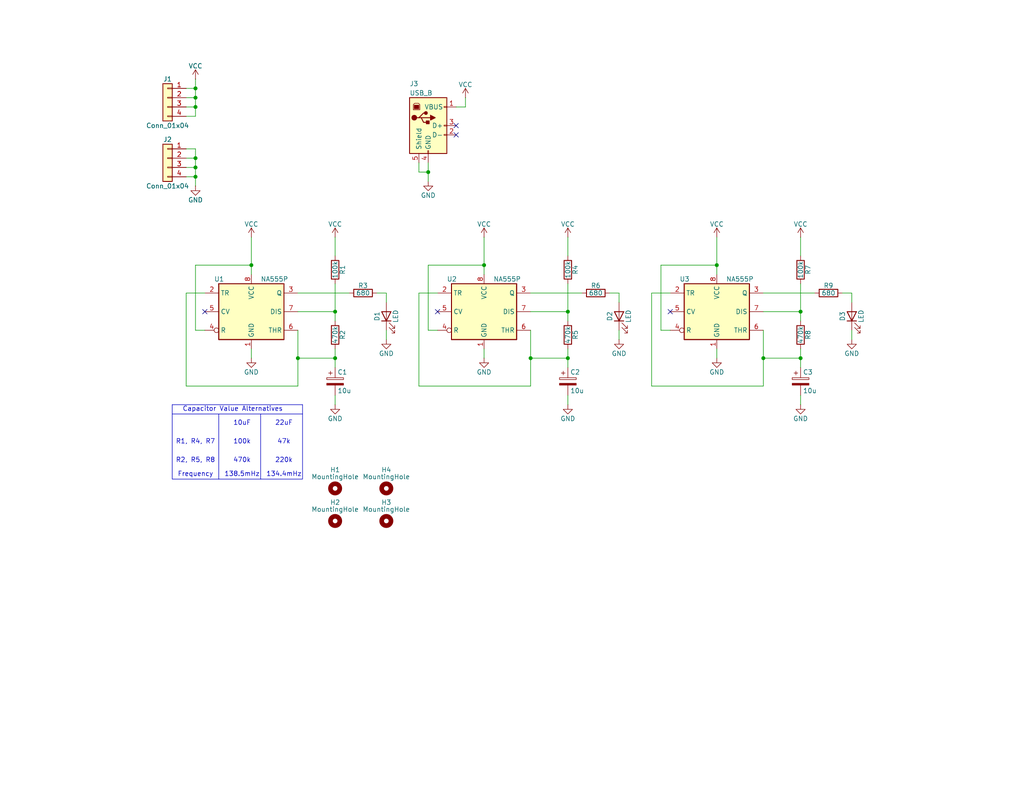
<source format=kicad_sch>
(kicad_sch (version 20231120) (generator "eeschema") (generator_version "8.0")
  (paper "A")
  (title_block (title "Tripple 555") (date "2024-11-22") (company "Perry Leumas") (comment 1 "Source: https://www.youtube.com/watch?v=Gr6gBjDxP5M&t=176s"))
  (lib_symbols
    (symbol "Connector:USB_B" (pin_names (offset 1.016))
      (property "Reference" "J" (at -5.08 11.43 0))
      (property "Value" "USB_B" (at -5.08 8.89 0))
      (symbol "USB_B_0_1"
        (rectangle (start -5.08 -7.62) (end 5.08 7.62) (stroke (width 0.254)) (fill (type background)))
        (circle (center -3.81 2.159) (radius 0.635) (stroke (width 0.254)) (fill (type outline)))
        (rectangle (start -3.81 5.588) (end -2.54 4.572) (fill (type outline)))
        (circle (center -0.635 3.429) (radius 0.381) (stroke (width 0.254)) (fill (type outline)))
        (rectangle (start -0.127 -7.62) (end 0.127 -6.858))
        (polyline (pts (xy -1.905 2.159) (xy 0.635 2.159)) (stroke (width 0.254)))
        (polyline (pts (xy -3.175 2.159) (xy -2.54 2.159) (xy -1.27 3.429) (xy -0.635 3.429)) (stroke (width 0.254)))
        (polyline (pts (xy -2.54 2.159) (xy -1.905 2.159) (xy -1.27 0.889) (xy 0 0.889)) (stroke (width 0.254)))
        (polyline (pts (xy 0.635 2.794) (xy 0.635 1.524) (xy 1.905 2.159) (xy 0.635 2.794)) (stroke (width 0.254)) (fill (type outline)))
        (polyline (pts (xy -4.064 4.318) (xy -2.286 4.318) (xy -2.286 5.715) (xy -2.667 6.096) (xy -3.683 6.096) (xy -4.064 5.715) (xy -4.064 4.318)))
        (rectangle (start 0.254 1.27) (end -0.508 0.508) (stroke (width 0.254)) (fill (type outline)))
        (rectangle (start 5.08 -2.667) (end 4.318 -2.413))
        (rectangle (start 5.08 -0.127) (end 4.318 0.127))
        (rectangle (start 5.08 4.953) (end 4.318 5.207))
      )
      (symbol "USB_B_1_1"
        (pin power_out line (at 7.62 5.08 180) (length 2.54) (name "VBUS") (number "1"))
        (pin bidirectional line (at 7.62 -2.54 180) (length 2.54) (name "D-") (number "2"))
        (pin bidirectional line (at 7.62 0 180) (length 2.54) (name "D+") (number "3"))
        (pin power_out line (at 0 -10.16 90) (length 2.54) (name "GND") (number "4"))
        (pin passive line (at -2.54 -10.16 90) (length 2.54) (name "Shield") (number "5"))
      )
    )
    (symbol "Connector_Generic:Conn_01x04" (pin_names (offset 1.016) hide)
      (property "Reference" "J" (at 0 5.08 0))
      (property "Value" "Conn_01x04" (at 0 -7.62 0))
      (symbol "Conn_01x04_1_1"
        (rectangle (start -1.27 -4.953) (end 0 -5.207) (stroke (width 0.1524)))
        (rectangle (start -1.27 -2.413) (end 0 -2.667) (stroke (width 0.1524)))
        (rectangle (start -1.27 0.127) (end 0 -0.127) (stroke (width 0.1524)))
        (rectangle (start -1.27 2.667) (end 0 2.413) (stroke (width 0.1524)))
        (rectangle (start -1.27 3.81) (end 1.27 -6.35) (stroke (width 0.254)) (fill (type background)))
        (pin passive line (at -5.08 2.54 0) (length 3.81) (name "Pin_1") (number "1"))
        (pin passive line (at -5.08 0 0) (length 3.81) (name "Pin_2") (number "2"))
        (pin passive line (at -5.08 -2.54 0) (length 3.81) (name "Pin_3") (number "3"))
        (pin passive line (at -5.08 -5.08 0) (length 3.81) (name "Pin_4") (number "4"))
      )
    )
    (symbol "Device:C_Polarized" (pin_numbers hide) (pin_names (offset 0.254))
      (property "Reference" "C" (at 0.635 2.54 0))
      (property "Value" "C_Polarized" (at 0.635 -2.54 0))
      (symbol "C_Polarized_0_1"
        (rectangle (start -2.286 0.508) (end 2.286 1.016))
        (polyline (pts (xy -1.778 2.286) (xy -0.762 2.286)))
        (polyline (pts (xy -1.27 2.794) (xy -1.27 1.778)))
        (rectangle (start 2.286 -0.508) (end -2.286 -1.016) (fill (type outline)))
      )
      (symbol "C_Polarized_1_1"
        (pin passive line (at 0 3.81 270) (length 2.794) (name "~") (number "1"))
        (pin passive line (at 0 -3.81 90) (length 2.794) (name "~") (number "2"))
      )
    )
    (symbol "Device:LED" (pin_numbers hide) (pin_names (offset 1.016) hide)
      (property "Reference" "D" (at 0 2.54 0))
      (property "Value" "LED" (at 0 -2.54 0))
      (symbol "LED_0_1"
        (polyline (pts (xy -1.27 -1.27) (xy -1.27 1.27)) (stroke (width 0.254)))
        (polyline (pts (xy -1.27 0) (xy 1.27 0)))
        (polyline (pts (xy 1.27 -1.27) (xy 1.27 1.27) (xy -1.27 0) (xy 1.27 -1.27)) (stroke (width 0.254)))
        (polyline (pts (xy -3.048 -0.762) (xy -4.572 -2.286) (xy -3.81 -2.286) (xy -4.572 -2.286) (xy -4.572 -1.524)))
        (polyline (pts (xy -1.778 -0.762) (xy -3.302 -2.286) (xy -2.54 -2.286) (xy -3.302 -2.286) (xy -3.302 -1.524)))
      )
      (symbol "LED_1_1"
        (pin passive line (at -3.81 0 0) (length 2.54) (name "K") (number "1"))
        (pin passive line (at 3.81 0 180) (length 2.54) (name "A") (number "2"))
      )
    )
    (symbol "Device:R" (pin_numbers hide) (pin_names (offset 0))
      (property "Reference" "R" (at 2.032 0 90))
      (property "Value" "R" (at 0 0 90))
      (symbol "R_0_1"
        (rectangle (start -1.016 -2.54) (end 1.016 2.54) (stroke (width 0.254)))
      )
      (symbol "R_1_1"
        (pin passive line (at 0 3.81 270) (length 1.27) (name "~") (number "1"))
        (pin passive line (at 0 -3.81 90) (length 1.27) (name "~") (number "2"))
      )
    )
    (symbol "Mechanical:MountingHole" (pin_names (offset 1.016)) (exclude_from_sim yes) (in_bom no)
      (property "Reference" "H" (at 0 5.08 0))
      (property "Value" "MountingHole" (at 0 3.175 0))
      (symbol "MountingHole_0_1"
        (circle (center 0 0) (radius 1.27) (stroke (width 1.27)))
      )
    )
    (symbol "Timer:NA555P"
      (property "Reference" "U" (at -10.16 8.89 0))
      (property "Value" "NA555P" (at 2.54 8.89 0))
      (symbol "NA555P_0_0"
        (pin power_in line (at 0 -10.16 90) (length 2.54) (name "GND") (number "1"))
        (pin power_in line (at 0 10.16 270) (length 2.54) (name "VCC") (number "8"))
      )
      (symbol "NA555P_0_1"
        (rectangle (start -8.89 -7.62) (end 8.89 7.62) (stroke (width 0.254)) (fill (type background)))
        (rectangle (start -8.89 -7.62) (end 8.89 7.62) (stroke (width 0.254)) (fill (type background)))
      )
      (symbol "NA555P_1_1"
        (pin input line (at -12.7 5.08 0) (length 3.81) (name "TR") (number "2"))
        (pin output line (at 12.7 5.08 180) (length 3.81) (name "Q") (number "3"))
        (pin input inverted (at -12.7 -5.08 0) (length 3.81) (name "R") (number "4"))
        (pin input line (at -12.7 0 0) (length 3.81) (name "CV") (number "5"))
        (pin input line (at 12.7 -5.08 180) (length 3.81) (name "THR") (number "6"))
        (pin input line (at 12.7 0 180) (length 3.81) (name "DIS") (number "7"))
      )
    )
    (symbol "power:GND" (power) (pin_numbers hide) (pin_names (offset 0) hide)
      (property "Value" "GND" (at 0 -3.81 0))
      (symbol "GND_0_1"
        (polyline (pts (xy 0 0) (xy 0 -1.27) (xy 1.27 -1.27) (xy 0 -2.54) (xy -1.27 -1.27) (xy 0 -1.27)))
      )
      (symbol "GND_1_1"
        (pin power_in line (at 0 0 270) (length 0) (name "~") (number "1"))
      )
    )
    (symbol "power:VCC" (power) (pin_numbers hide) (pin_names (offset 0) hide)
      (property "Value" "VCC" (at 0 3.556 0))
      (symbol "VCC_0_1"
        (polyline (pts (xy -0.762 1.27) (xy 0 2.54)))
        (polyline (pts (xy 0 0) (xy 0 2.54)))
        (polyline (pts (xy 0 2.54) (xy 0.762 1.27)))
      )
      (symbol "VCC_1_1"
        (pin power_in line (at 0 0 90) (length 0) (name "~") (number "1"))
      )
    )
  )
  (junction (at 53.34 45.72))
  (junction (at 53.34 43.18))
  (junction (at 218.44 97.79))
  (junction (at 116.84 46.99))
  (junction (at 53.34 26.67))
  (junction (at 218.44 85.09))
  (junction (at 208.28 97.79))
  (junction (at 154.94 97.79))
  (junction (at 132.08 72.39))
  (junction (at 195.58 72.39))
  (junction (at 91.44 97.79))
  (junction (at 154.94 85.09))
  (junction (at 53.34 29.21))
  (junction (at 53.34 24.13))
  (junction (at 144.78 97.79))
  (junction (at 53.34 48.26))
  (junction (at 91.44 85.09))
  (junction (at 81.28 97.79))
  (junction (at 68.58 72.39))
  (no_connect (at 182.88 85.09))
  (no_connect (at 124.46 34.29))
  (no_connect (at 119.38 85.09))
  (no_connect (at 124.46 36.83))
  (no_connect (at 55.88 85.09))
  (wire (pts (xy 50.8 43.18) (xy 53.34 43.18)))
  (wire (pts (xy 154.94 85.09) (xy 154.94 87.63)))
  (wire (pts (xy 195.58 95.25) (xy 195.58 97.79)))
  (wire (pts (xy 208.28 80.01) (xy 222.25 80.01)))
  (wire (pts (xy 132.08 95.25) (xy 132.08 97.79)))
  (wire (pts (xy 182.88 90.17) (xy 180.34 90.17)))
  (wire (pts (xy 53.34 50.8) (xy 53.34 48.26)))
  (wire (pts (xy 81.28 90.17) (xy 81.28 97.79)))
  (wire (pts (xy 195.58 64.77) (xy 195.58 72.39)))
  (wire (pts (xy 218.44 107.95) (xy 218.44 110.49)))
  (wire (pts (xy 177.8 105.41) (xy 208.28 105.41)))
  (wire (pts (xy 132.08 64.77) (xy 132.08 72.39)))
  (wire (pts (xy 232.41 82.55) (xy 232.41 80.01)))
  (wire (pts (xy 50.8 105.41) (xy 81.28 105.41)))
  (wire (pts (xy 154.94 64.77) (xy 154.94 69.85)))
  (wire (pts (xy 154.94 97.79) (xy 154.94 100.33)))
  (wire (pts (xy 154.94 97.79) (xy 154.94 95.25)))
  (wire (pts (xy 50.8 26.67) (xy 53.34 26.67)))
  (polyline (pts (xy 59.69 113.03) (xy 59.69 130.81)))
  (wire (pts (xy 81.28 97.79) (xy 91.44 97.79)))
  (wire (pts (xy 168.91 80.01) (xy 166.37 80.01)))
  (wire (pts (xy 127 29.21) (xy 124.46 29.21)))
  (wire (pts (xy 232.41 90.17) (xy 232.41 92.71)))
  (wire (pts (xy 144.78 97.79) (xy 154.94 97.79)))
  (wire (pts (xy 116.84 44.45) (xy 116.84 46.99)))
  (wire (pts (xy 132.08 72.39) (xy 132.08 74.93)))
  (polyline (pts (xy 46.99 113.03) (xy 46.99 110.49)))
  (wire (pts (xy 154.94 107.95) (xy 154.94 110.49)))
  (wire (pts (xy 53.34 48.26) (xy 53.34 45.72)))
  (wire (pts (xy 218.44 64.77) (xy 218.44 69.85)))
  (wire (pts (xy 182.88 80.01) (xy 177.8 80.01)))
  (wire (pts (xy 91.44 64.77) (xy 91.44 69.85)))
  (wire (pts (xy 144.78 90.17) (xy 144.78 97.79)))
  (wire (pts (xy 116.84 72.39) (xy 132.08 72.39)))
  (wire (pts (xy 55.88 80.01) (xy 50.8 80.01)))
  (wire (pts (xy 180.34 90.17) (xy 180.34 72.39)))
  (wire (pts (xy 177.8 80.01) (xy 177.8 105.41)))
  (wire (pts (xy 116.84 46.99) (xy 116.84 49.53)))
  (polyline (pts (xy 82.55 110.49) (xy 82.55 113.03)))
  (wire (pts (xy 168.91 82.55) (xy 168.91 80.01)))
  (wire (pts (xy 53.34 24.13) (xy 53.34 26.67)))
  (wire (pts (xy 55.88 90.17) (xy 53.34 90.17)))
  (wire (pts (xy 53.34 72.39) (xy 68.58 72.39)))
  (wire (pts (xy 168.91 90.17) (xy 168.91 92.71)))
  (wire (pts (xy 50.8 24.13) (xy 53.34 24.13)))
  (wire (pts (xy 119.38 80.01) (xy 114.3 80.01)))
  (wire (pts (xy 195.58 72.39) (xy 195.58 74.93)))
  (wire (pts (xy 91.44 107.95) (xy 91.44 110.49)))
  (wire (pts (xy 68.58 95.25) (xy 68.58 97.79)))
  (wire (pts (xy 50.8 29.21) (xy 53.34 29.21)))
  (wire (pts (xy 114.3 105.41) (xy 144.78 105.41)))
  (wire (pts (xy 50.8 45.72) (xy 53.34 45.72)))
  (wire (pts (xy 208.28 85.09) (xy 218.44 85.09)))
  (wire (pts (xy 50.8 80.01) (xy 50.8 105.41)))
  (wire (pts (xy 53.34 43.18) (xy 53.34 40.64)))
  (wire (pts (xy 144.78 85.09) (xy 154.94 85.09)))
  (wire (pts (xy 68.58 72.39) (xy 68.58 74.93)))
  (wire (pts (xy 81.28 80.01) (xy 95.25 80.01)))
  (polyline (pts (xy 46.99 110.49) (xy 82.55 110.49)))
  (wire (pts (xy 53.34 31.75) (xy 50.8 31.75)))
  (wire (pts (xy 144.78 105.41) (xy 144.78 97.79)))
  (wire (pts (xy 53.34 90.17) (xy 53.34 72.39)))
  (wire (pts (xy 53.34 29.21) (xy 53.34 31.75)))
  (wire (pts (xy 53.34 45.72) (xy 53.34 43.18)))
  (wire (pts (xy 91.44 97.79) (xy 91.44 100.33)))
  (wire (pts (xy 218.44 85.09) (xy 218.44 87.63)))
  (wire (pts (xy 114.3 80.01) (xy 114.3 105.41)))
  (wire (pts (xy 114.3 44.45) (xy 114.3 46.99)))
  (wire (pts (xy 218.44 97.79) (xy 218.44 95.25)))
  (wire (pts (xy 144.78 80.01) (xy 158.75 80.01)))
  (wire (pts (xy 68.58 64.77) (xy 68.58 72.39)))
  (wire (pts (xy 208.28 105.41) (xy 208.28 97.79)))
  (wire (pts (xy 81.28 105.41) (xy 81.28 97.79)))
  (wire (pts (xy 114.3 46.99) (xy 116.84 46.99)))
  (wire (pts (xy 154.94 77.47) (xy 154.94 85.09)))
  (wire (pts (xy 180.34 72.39) (xy 195.58 72.39)))
  (wire (pts (xy 116.84 90.17) (xy 116.84 72.39)))
  (wire (pts (xy 218.44 97.79) (xy 218.44 100.33)))
  (polyline (pts (xy 71.12 113.03) (xy 71.12 130.81)))
  (wire (pts (xy 91.44 97.79) (xy 91.44 95.25)))
  (wire (pts (xy 91.44 85.09) (xy 91.44 87.63)))
  (wire (pts (xy 208.28 90.17) (xy 208.28 97.79)))
  (wire (pts (xy 105.41 82.55) (xy 105.41 80.01)))
  (wire (pts (xy 208.28 97.79) (xy 218.44 97.79)))
  (wire (pts (xy 53.34 21.59) (xy 53.34 24.13)))
  (wire (pts (xy 105.41 90.17) (xy 105.41 92.71)))
  (wire (pts (xy 91.44 77.47) (xy 91.44 85.09)))
  (wire (pts (xy 127 26.67) (xy 127 29.21)))
  (wire (pts (xy 50.8 48.26) (xy 53.34 48.26)))
  (wire (pts (xy 218.44 77.47) (xy 218.44 85.09)))
  (wire (pts (xy 81.28 85.09) (xy 91.44 85.09)))
  (wire (pts (xy 119.38 90.17) (xy 116.84 90.17)))
  (wire (pts (xy 105.41 80.01) (xy 102.87 80.01)))
  (wire (pts (xy 53.34 26.67) (xy 53.34 29.21)))
  (wire (pts (xy 53.34 40.64) (xy 50.8 40.64)))
  (wire (pts (xy 232.41 80.01) (xy 229.87 80.01)))
  (rectangle (start 46.99 113.03) (end 82.55 130.81))
  (text "138.5mHz" (at 66.04 129.54 0) (effects (font (size 1.27 1.27))))
  (text "R2, R5, R8" (at 53.34 125.73 0) (effects (font (size 1.27 1.27))))
  (text "Capacitor Value Alternatives" (at 63.5 111.76 0) (effects (font (size 1.27 1.27))))
  (text "Frequency" (at 53.34 129.54 0) (effects (font (size 1.27 1.27))))
  (text "220k" (at 77.47 125.73 0) (effects (font (size 1.27 1.27))))
  (text "47k" (at 77.47 120.65 0) (effects (font (size 1.27 1.27))))
  (text "22uF" (at 77.47 115.57 0) (effects (font (size 1.27 1.27))))
  (text "134.4mHz" (at 77.47 129.54 0) (effects (font (size 1.27 1.27))))
  (text "10uF" (at 66.04 115.57 0) (effects (font (size 1.27 1.27))))
  (text "100k" (at 66.04 120.65 0) (effects (font (size 1.27 1.27))))
  (text "470k" (at 66.04 125.73 0) (effects (font (size 1.27 1.27))))
  (text "R1, R4, R7" (at 53.34 120.65 0) (effects (font (size 1.27 1.27))))
  (symbol (lib_id "power:VCC") (at 68.58 64.77 0) (unit 1)
    (property "Reference" "#PWR01" (effects (hide yes)))
    (property "Value" "VCC" (at 68.58 61.214 0))
    (property "Description" "Power symbol creates a global label with name \"VCC\"" (effects (hide yes)))
  )
  (symbol (lib_id "power:VCC") (at 53.34 21.59 0) (unit 1)
    (property "Reference" "#PWR016" (effects (hide yes)))
    (property "Value" "VCC" (at 53.34 18.034 0))
    (property "Description" "Power symbol creates a global label with name \"VCC\"" (effects (hide yes)))
  )
  (symbol (lib_id "Timer:NA555P") (at 195.58 85.09 0) (unit 1)
    (property "Reference" "U3" (at 185.42 76.2 0) (effects (justify left)))
    (property "Value" "NA555P" (at 198.12 76.2 0) (effects (justify left)))
    (property "Footprint" "Package_DIP:DIP-8_W7.62mm" (effects (hide yes)))
    (property "Datasheet" "http://www.ti.com/lit/ds/symlink/ne555.pdf" (effects (hide yes)))
    (property "Description" "Precision Timers, 555 compatible, PDIP-8" (effects (hide yes)))
  )
  (symbol (lib_id "power:GND") (at 154.94 110.49 0) (unit 1)
    (property "Reference" "#PWR09" (effects (hide yes)))
    (property "Value" "GND" (at 154.94 114.3 0))
    (property "Description" "Power symbol creates a global label with name \"GND\" , ground" (effects (hide yes)))
  )
  (symbol (lib_id "power:VCC") (at 91.44 64.77 0) (unit 1)
    (property "Reference" "#PWR03" (effects (hide yes)))
    (property "Value" "VCC" (at 91.44 61.214 0))
    (property "Description" "Power symbol creates a global label with name \"VCC\"" (effects (hide yes)))
  )
  (symbol (lib_id "Mechanical:MountingHole") (at 91.44 142.24 0) (unit 1) (exclude_from_sim yes) (in_bom no)
    (property "Reference" "H2" (at 91.44 137.16 0))
    (property "Value" "MountingHole" (at 91.44 139.065 0))
    (property "Footprint" "MountingHole:MountingHole_3.2mm_M3" (effects (hide yes)))
    (property "Description" "Mounting Hole without connection" (effects (hide yes)))
  )
  (symbol (lib_id "Device:R") (at 162.56 80.01 90) (unit 1)
    (property "Reference" "R6" (at 162.56 77.978 90))
    (property "Value" "680" (at 162.56 80.01 90))
    (property "Footprint" "Resistor_THT:R_Axial_DIN0207_L6.3mm_D2.5mm_P10.16mm_Horizontal" (effects (hide yes)))
    (property "Description" "Resistor" (effects (hide yes)))
  )
  (symbol (lib_id "Device:C_Polarized") (at 218.44 104.14 0) (unit 1)
    (property "Reference" "C3" (at 219.075 101.6 0) (effects (justify left)))
    (property "Value" "10u" (at 219.075 106.68 0) (effects (justify left)))
    (property "Footprint" "Capacitor_THT:CP_Radial_D5.0mm_P2.50mm" (effects (hide yes)))
    (property "Description" "Polarized capacitor" (effects (hide yes)))
  )
  (symbol (lib_id "Device:C_Polarized") (at 154.94 104.14 0) (unit 1)
    (property "Reference" "C2" (at 155.575 101.6 0) (effects (justify left)))
    (property "Value" "10u" (at 155.575 106.68 0) (effects (justify left)))
    (property "Footprint" "Capacitor_THT:CP_Radial_D5.0mm_P2.50mm" (effects (hide yes)))
    (property "Description" "Polarized capacitor" (effects (hide yes)))
  )
  (symbol (lib_id "Device:R") (at 154.94 91.44 0) (unit 1)
    (property "Reference" "R5" (at 156.972 91.44 90))
    (property "Value" "470k" (at 154.94 91.44 90))
    (property "Footprint" "Resistor_THT:R_Axial_DIN0207_L6.3mm_D2.5mm_P10.16mm_Horizontal" (effects (hide yes)))
    (property "Description" "Resistor" (effects (hide yes)))
  )
  (symbol (lib_id "Device:R") (at 91.44 91.44 0) (unit 1)
    (property "Reference" "R2" (at 93.472 91.44 90))
    (property "Value" "470k" (at 91.44 91.44 90))
    (property "Footprint" "Resistor_THT:R_Axial_DIN0207_L6.3mm_D2.5mm_P10.16mm_Horizontal" (effects (hide yes)))
    (property "Description" "Resistor" (effects (hide yes)))
  )
  (symbol (lib_id "power:GND") (at 91.44 110.49 0) (unit 1)
    (property "Reference" "#PWR04" (effects (hide yes)))
    (property "Value" "GND" (at 91.44 114.3 0))
    (property "Description" "Power symbol creates a global label with name \"GND\" , ground" (effects (hide yes)))
  )
  (symbol (lib_id "Device:LED") (at 168.91 86.36 90) (unit 1)
    (property "Reference" "D2" (at 166.37 86.36 0))
    (property "Value" "LED" (at 171.45 86.36 0))
    (property "Footprint" "LED_THT:LED_D5.0mm" (effects (hide yes)))
    (property "Description" "Light emitting diode" (effects (hide yes)))
  )
  (symbol (lib_id "Timer:NA555P") (at 132.08 85.09 0) (unit 1)
    (property "Reference" "U2" (at 121.92 76.2 0) (effects (justify left)))
    (property "Value" "NA555P" (at 134.62 76.2 0) (effects (justify left)))
    (property "Footprint" "Package_DIP:DIP-8_W7.62mm" (effects (hide yes)))
    (property "Datasheet" "http://www.ti.com/lit/ds/symlink/ne555.pdf" (effects (hide yes)))
    (property "Description" "Precision Timers, 555 compatible, PDIP-8" (effects (hide yes)))
  )
  (symbol (lib_id "power:GND") (at 195.58 97.79 0) (unit 1)
    (property "Reference" "#PWR012" (effects (hide yes)))
    (property "Value" "GND" (at 195.58 101.6 0))
    (property "Description" "Power symbol creates a global label with name \"GND\" , ground" (effects (hide yes)))
  )
  (symbol (lib_id "power:GND") (at 168.91 92.71 0) (unit 1)
    (property "Reference" "#PWR010" (effects (hide yes)))
    (property "Value" "GND" (at 168.91 96.52 0))
    (property "Description" "Power symbol creates a global label with name \"GND\" , ground" (effects (hide yes)))
  )
  (symbol (lib_id "Device:R") (at 218.44 91.44 0) (unit 1)
    (property "Reference" "R8" (at 220.472 91.44 90))
    (property "Value" "470k" (at 218.44 91.44 90))
    (property "Footprint" "Resistor_THT:R_Axial_DIN0207_L6.3mm_D2.5mm_P10.16mm_Horizontal" (effects (hide yes)))
    (property "Description" "Resistor" (effects (hide yes)))
  )
  (symbol (lib_id "Mechanical:MountingHole") (at 91.44 133.35 0) (unit 1) (exclude_from_sim yes) (in_bom no)
    (property "Reference" "H1" (at 91.44 128.27 0))
    (property "Value" "MountingHole" (at 91.44 130.175 0))
    (property "Footprint" "MountingHole:MountingHole_3.2mm_M3" (effects (hide yes)))
    (property "Description" "Mounting Hole without connection" (effects (hide yes)))
  )
  (symbol (lib_id "power:GND") (at 218.44 110.49 0) (unit 1)
    (property "Reference" "#PWR014" (effects (hide yes)))
    (property "Value" "GND" (at 218.44 114.3 0))
    (property "Description" "Power symbol creates a global label with name \"GND\" , ground" (effects (hide yes)))
  )
  (symbol (lib_id "power:GND") (at 132.08 97.79 0) (unit 1)
    (property "Reference" "#PWR07" (effects (hide yes)))
    (property "Value" "GND" (at 132.08 101.6 0))
    (property "Description" "Power symbol creates a global label with name \"GND\" , ground" (effects (hide yes)))
  )
  (symbol (lib_id "Connector:USB_B") (at 116.84 34.29 0) (unit 1)
    (property "Reference" "J3" (at 111.76 22.86 0) (effects (justify left)))
    (property "Value" "USB_B" (at 111.76 25.4 0) (effects (justify left)))
    (property "Footprint" "pl_usb:USB_B_mill_spacing" (effects (hide yes)))
    (property "Description" "USB Type B connector" (effects (hide yes)))
  )
  (symbol (lib_id "Device:R") (at 99.06 80.01 90) (unit 1)
    (property "Reference" "R3" (at 99.06 77.978 90))
    (property "Value" "680" (at 99.06 80.01 90))
    (property "Footprint" "Resistor_THT:R_Axial_DIN0207_L6.3mm_D2.5mm_P10.16mm_Horizontal" (effects (hide yes)))
    (property "Description" "Resistor" (effects (hide yes)))
  )
  (symbol (lib_id "Device:LED") (at 105.41 86.36 90) (unit 1)
    (property "Reference" "D1" (at 102.87 86.36 0))
    (property "Value" "LED" (at 107.95 86.36 0))
    (property "Footprint" "LED_THT:LED_D5.0mm" (effects (hide yes)))
    (property "Description" "Light emitting diode" (effects (hide yes)))
  )
  (symbol (lib_id "power:VCC") (at 195.58 64.77 0) (unit 1)
    (property "Reference" "#PWR011" (effects (hide yes)))
    (property "Value" "VCC" (at 195.58 61.214 0))
    (property "Description" "Power symbol creates a global label with name \"VCC\"" (effects (hide yes)))
  )
  (symbol (lib_id "Device:LED") (at 232.41 86.36 90) (unit 1)
    (property "Reference" "D3" (at 229.87 86.36 0))
    (property "Value" "LED" (at 234.95 86.36 0))
    (property "Footprint" "LED_THT:LED_D5.0mm" (effects (hide yes)))
    (property "Description" "Light emitting diode" (effects (hide yes)))
  )
  (symbol (lib_id "Timer:NA555P") (at 68.58 85.09 0) (unit 1)
    (property "Reference" "U1" (at 58.42 76.2 0) (effects (justify left)))
    (property "Value" "NA555P" (at 71.12 76.2 0) (effects (justify left)))
    (property "Footprint" "Package_DIP:DIP-8_W7.62mm" (effects (hide yes)))
    (property "Datasheet" "http://www.ti.com/lit/ds/symlink/ne555.pdf" (effects (hide yes)))
    (property "Description" "Precision Timers, 555 compatible, PDIP-8" (effects (hide yes)))
  )
  (symbol (lib_id "power:VCC") (at 132.08 64.77 0) (unit 1)
    (property "Reference" "#PWR06" (effects (hide yes)))
    (property "Value" "VCC" (at 132.08 61.214 0))
    (property "Description" "Power symbol creates a global label with name \"VCC\"" (effects (hide yes)))
  )
  (symbol (lib_id "Device:C_Polarized") (at 91.44 104.14 0) (unit 1)
    (property "Reference" "C1" (at 92.075 101.6 0) (effects (justify left)))
    (property "Value" "10u" (at 92.075 106.68 0) (effects (justify left)))
    (property "Footprint" "Capacitor_THT:CP_Radial_D5.0mm_P2.50mm" (effects (hide yes)))
    (property "Description" "Polarized capacitor" (effects (hide yes)))
  )
  (symbol (lib_id "power:VCC") (at 127 26.67 0) (unit 1)
    (property "Reference" "#PWR019" (effects (hide yes)))
    (property "Value" "VCC" (at 127 23.114 0))
    (property "Description" "Power symbol creates a global label with name \"VCC\"" (effects (hide yes)))
  )
  (symbol (lib_id "power:GND") (at 53.34 50.8 0) (unit 1)
    (property "Reference" "#PWR017" (effects (hide yes)))
    (property "Value" "GND" (at 53.34 54.61 0))
    (property "Description" "Power symbol creates a global label with name \"GND\" , ground" (effects (hide yes)))
  )
  (symbol (lib_id "Device:R") (at 226.06 80.01 90) (unit 1)
    (property "Reference" "R9" (at 226.06 77.978 90))
    (property "Value" "680" (at 226.06 80.01 90))
    (property "Footprint" "Resistor_THT:R_Axial_DIN0207_L6.3mm_D2.5mm_P10.16mm_Horizontal" (effects (hide yes)))
    (property "Description" "Resistor" (effects (hide yes)))
  )
  (symbol (lib_id "power:VCC") (at 154.94 64.77 0) (unit 1)
    (property "Reference" "#PWR08" (effects (hide yes)))
    (property "Value" "VCC" (at 154.94 61.214 0))
    (property "Description" "Power symbol creates a global label with name \"VCC\"" (effects (hide yes)))
  )
  (symbol (lib_id "Mechanical:MountingHole") (at 105.41 142.24 0) (unit 1) (exclude_from_sim yes) (in_bom no)
    (property "Reference" "H3" (at 105.41 137.16 0))
    (property "Value" "MountingHole" (at 105.41 139.065 0))
    (property "Footprint" "MountingHole:MountingHole_3.2mm_M3" (effects (hide yes)))
    (property "Description" "Mounting Hole without connection" (effects (hide yes)))
  )
  (symbol (lib_id "power:GND") (at 116.84 49.53 0) (unit 1)
    (property "Reference" "#PWR018" (effects (hide yes)))
    (property "Value" "GND" (at 116.84 53.34 0))
    (property "Description" "Power symbol creates a global label with name \"GND\" , ground" (effects (hide yes)))
  )
  (symbol (lib_id "power:VCC") (at 218.44 64.77 0) (unit 1)
    (property "Reference" "#PWR013" (effects (hide yes)))
    (property "Value" "VCC" (at 218.44 61.214 0))
    (property "Description" "Power symbol creates a global label with name \"VCC\"" (effects (hide yes)))
  )
  (symbol (lib_id "Connector_Generic:Conn_01x04") (at 45.72 43.18 0) (mirror y) (unit 1)
    (property "Reference" "J2" (at 45.72 38.1 0))
    (property "Value" "Conn_01x04" (at 45.72 50.8 0))
    (property "Footprint" "Connector_PinHeader_2.54mm:PinHeader_1x04_P2.54mm_Vertical" (effects (hide yes)))
    (property "Description" "Generic connector, single row, 01x04, script generated (kicad-library-utils/schlib/autogen/connector/)" (effects (hide yes)))
  )
  (symbol (lib_id "power:GND") (at 232.41 92.71 0) (unit 1)
    (property "Reference" "#PWR015" (effects (hide yes)))
    (property "Value" "GND" (at 232.41 96.52 0))
    (property "Description" "Power symbol creates a global label with name \"GND\" , ground" (effects (hide yes)))
  )
  (symbol (lib_id "power:GND") (at 68.58 97.79 0) (unit 1)
    (property "Reference" "#PWR02" (effects (hide yes)))
    (property "Value" "GND" (at 68.58 101.6 0))
    (property "Description" "Power symbol creates a global label with name \"GND\" , ground" (effects (hide yes)))
  )
  (symbol (lib_id "Device:R") (at 154.94 73.66 0) (unit 1)
    (property "Reference" "R4" (at 156.972 73.66 90))
    (property "Value" "100k" (at 154.94 73.66 90))
    (property "Footprint" "Resistor_THT:R_Axial_DIN0207_L6.3mm_D2.5mm_P10.16mm_Horizontal" (effects (hide yes)))
    (property "Description" "Resistor" (effects (hide yes)))
  )
  (symbol (lib_id "Device:R") (at 91.44 73.66 0) (unit 1)
    (property "Reference" "R1" (at 93.472 73.66 90))
    (property "Value" "100k" (at 91.44 73.66 90))
    (property "Footprint" "Resistor_THT:R_Axial_DIN0207_L6.3mm_D2.5mm_P10.16mm_Horizontal" (effects (hide yes)))
    (property "Description" "Resistor" (effects (hide yes)))
  )
  (symbol (lib_id "power:GND") (at 105.41 92.71 0) (unit 1)
    (property "Reference" "#PWR05" (effects (hide yes)))
    (property "Value" "GND" (at 105.41 96.52 0))
    (property "Description" "Power symbol creates a global label with name \"GND\" , ground" (effects (hide yes)))
  )
  (symbol (lib_id "Connector_Generic:Conn_01x04") (at 45.72 26.67 0) (mirror y) (unit 1)
    (property "Reference" "J1" (at 45.72 21.59 0))
    (property "Value" "Conn_01x04" (at 45.72 34.29 0))
    (property "Footprint" "Connector_PinHeader_2.54mm:PinHeader_1x04_P2.54mm_Vertical" (effects (hide yes)))
    (property "Description" "Generic connector, single row, 01x04, script generated (kicad-library-utils/schlib/autogen/connector/)" (effects (hide yes)))
  )
  (symbol (lib_id "Mechanical:MountingHole") (at 105.41 133.35 0) (unit 1) (exclude_from_sim yes) (in_bom no)
    (property "Reference" "H4" (at 105.41 128.27 0))
    (property "Value" "MountingHole" (at 105.41 130.175 0))
    (property "Footprint" "MountingHole:MountingHole_3.2mm_M3" (effects (hide yes)))
    (property "Description" "Mounting Hole without connection" (effects (hide yes)))
  )
  (symbol (lib_id "Device:R") (at 218.44 73.66 0) (unit 1)
    (property "Reference" "R7" (at 220.472 73.66 90))
    (property "Value" "100k" (at 218.44 73.66 90))
    (property "Footprint" "Resistor_THT:R_Axial_DIN0207_L6.3mm_D2.5mm_P10.16mm_Horizontal" (effects (hide yes)))
    (property "Description" "Resistor" (effects (hide yes)))
  )
)
</source>
